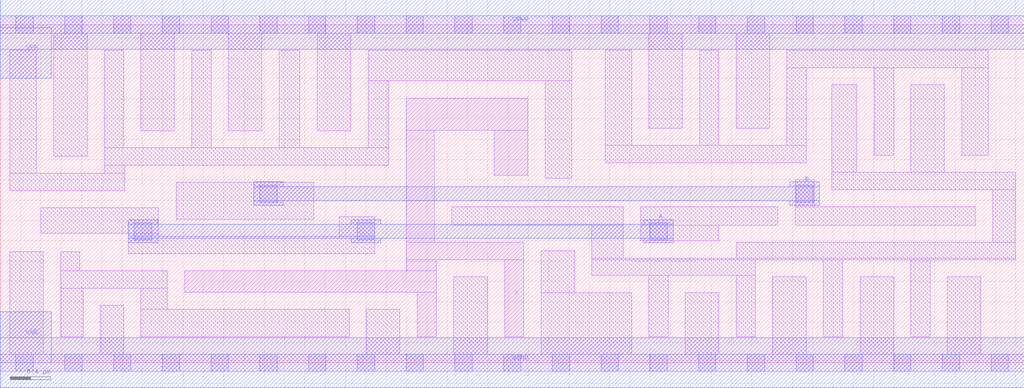
<source format=lef>
# Copyright 2020 The SkyWater PDK Authors
#
# Licensed under the Apache License, Version 2.0 (the "License");
# you may not use this file except in compliance with the License.
# You may obtain a copy of the License at
#
#     https://www.apache.org/licenses/LICENSE-2.0
#
# Unless required by applicable law or agreed to in writing, software
# distributed under the License is distributed on an "AS IS" BASIS,
# WITHOUT WARRANTIES OR CONDITIONS OF ANY KIND, either express or implied.
# See the License for the specific language governing permissions and
# limitations under the License.
#
# SPDX-License-Identifier: Apache-2.0

VERSION 5.5 ;
NAMESCASESENSITIVE ON ;
BUSBITCHARS "[]" ;
DIVIDERCHAR "/" ;
MACRO sky130_fd_sc_lp__xor2_4
  CLASS CORE ;
  SOURCE USER ;
  ORIGIN  0.000000  0.000000 ;
  SIZE  10.08000 BY  3.330000 ;
  SYMMETRY X Y R90 ;
  SITE unit ;
  PIN A
    ANTENNAPARTIALMETALSIDEAREA  3.804500 ;
    DIRECTION INPUT ;
    USE SIGNAL ;
    PORT
      LAYER met1 ;
        RECT 1.260000 1.180000 1.550000 1.225000 ;
        RECT 1.260000 1.225000 6.625000 1.365000 ;
        RECT 1.260000 1.365000 1.550000 1.410000 ;
        RECT 3.455000 1.180000 3.745000 1.225000 ;
        RECT 3.455000 1.365000 3.745000 1.410000 ;
        RECT 6.335000 1.180000 6.625000 1.225000 ;
        RECT 6.335000 1.365000 6.625000 1.410000 ;
    END
  END A
  PIN B
    ANTENNAPARTIALMETALSIDEAREA  3.885000 ;
    DIRECTION INPUT ;
    USE SIGNAL ;
    PORT
      LAYER met1 ;
        RECT 2.495000 1.550000 2.785000 1.595000 ;
        RECT 2.495000 1.595000 8.065000 1.735000 ;
        RECT 2.495000 1.735000 2.785000 1.780000 ;
        RECT 7.775000 1.550000 8.065000 1.595000 ;
        RECT 7.775000 1.735000 8.065000 1.780000 ;
    END
  END B
  PIN X
    ANTENNADIFFAREA  1.646400 ;
    DIRECTION OUTPUT ;
    USE SIGNAL ;
    PORT
      LAYER li1 ;
        RECT 1.815000 0.695000 4.295000 0.905000 ;
        RECT 3.995000 0.905000 4.295000 1.015000 ;
        RECT 3.995000 1.015000 5.155000 1.185000 ;
        RECT 3.995000 1.185000 4.275000 2.290000 ;
        RECT 3.995000 2.290000 5.195000 2.605000 ;
        RECT 4.105000 0.255000 4.295000 0.695000 ;
        RECT 4.865000 1.845000 5.195000 2.290000 ;
        RECT 4.965000 0.255000 5.155000 1.015000 ;
    END
  END X
  PIN VGND
    DIRECTION INOUT ;
    USE GROUND ;
    PORT
      LAYER met1 ;
        RECT 0.000000 -0.245000 10.080000 0.245000 ;
    END
  END VGND
  PIN VNB
    DIRECTION INOUT ;
    USE GROUND ;
    PORT
      LAYER met1 ;
        RECT 0.000000 0.000000 0.500000 0.500000 ;
    END
  END VNB
  PIN VPB
    DIRECTION INOUT ;
    USE POWER ;
    PORT
      LAYER met1 ;
        RECT 0.000000 2.800000 0.500000 3.300000 ;
    END
  END VPB
  PIN VPWR
    DIRECTION INOUT ;
    USE POWER ;
    PORT
      LAYER met1 ;
        RECT 0.000000 3.085000 10.080000 3.575000 ;
    END
  END VPWR
  OBS
    LAYER li1 ;
      RECT 0.000000 -0.085000 10.080000 0.085000 ;
      RECT 0.000000  3.245000 10.080000 3.415000 ;
      RECT 0.095000  0.085000  0.425000 1.095000 ;
      RECT 0.095000  1.695000  1.225000 1.865000 ;
      RECT 0.095000  1.865000  0.355000 3.075000 ;
      RECT 0.400000  1.275000  1.555000 1.525000 ;
      RECT 0.525000  2.035000  0.855000 3.245000 ;
      RECT 0.595000  0.255000  0.815000 0.735000 ;
      RECT 0.595000  0.735000  1.645000 0.905000 ;
      RECT 0.595000  0.905000  0.785000 1.095000 ;
      RECT 0.985000  0.085000  1.215000 0.565000 ;
      RECT 1.025000  1.865000  1.225000 1.945000 ;
      RECT 1.025000  1.945000  3.825000 2.115000 ;
      RECT 1.025000  2.115000  1.215000 3.075000 ;
      RECT 1.260000  1.075000  3.685000 1.245000 ;
      RECT 1.260000  1.245000  1.555000 1.275000 ;
      RECT 1.385000  0.255000  3.435000 0.525000 ;
      RECT 1.385000  0.525000  1.645000 0.735000 ;
      RECT 1.385000  2.285000  1.715000 3.245000 ;
      RECT 1.735000  1.415000  3.085000 1.775000 ;
      RECT 1.885000  2.115000  2.075000 3.075000 ;
      RECT 2.245000  2.285000  2.575000 3.245000 ;
      RECT 2.745000  2.115000  2.950000 3.075000 ;
      RECT 3.120000  2.285000  3.450000 3.245000 ;
      RECT 3.340000  1.245000  3.685000 1.435000 ;
      RECT 3.605000  0.085000  3.935000 0.525000 ;
      RECT 3.625000  2.115000  3.825000 2.775000 ;
      RECT 3.625000  2.775000  5.625000 3.075000 ;
      RECT 4.445000  1.355000  6.135000 1.535000 ;
      RECT 4.465000  0.085000  4.795000 0.845000 ;
      RECT 5.325000  0.085000  6.215000 0.690000 ;
      RECT 5.325000  0.690000  5.655000 1.105000 ;
      RECT 5.365000  1.815000  5.625000 2.775000 ;
      RECT 5.825000  0.860000  7.435000 1.015000 ;
      RECT 5.825000  1.015000  9.995000 1.030000 ;
      RECT 5.825000  1.030000  6.135000 1.355000 ;
      RECT 5.955000  1.970000  7.935000 2.140000 ;
      RECT 5.955000  2.140000  6.215000 3.075000 ;
      RECT 6.305000  1.200000  7.075000 1.355000 ;
      RECT 6.305000  1.355000  7.655000 1.535000 ;
      RECT 6.385000  0.255000  6.575000 0.860000 ;
      RECT 6.385000  2.310000  6.715000 3.245000 ;
      RECT 6.745000  0.085000  7.075000 0.690000 ;
      RECT 6.885000  2.140000  7.075000 3.075000 ;
      RECT 7.245000  0.255000  7.435000 0.860000 ;
      RECT 7.245000  1.030000  9.995000 1.185000 ;
      RECT 7.245000  2.310000  7.575000 3.245000 ;
      RECT 7.605000  0.085000  7.935000 0.845000 ;
      RECT 7.745000  2.140000  7.935000 2.905000 ;
      RECT 7.745000  2.905000  9.725000 3.075000 ;
      RECT 7.825000  1.355000  9.600000 1.535000 ;
      RECT 7.825000  1.535000  8.015000 1.800000 ;
      RECT 8.105000  0.255000  8.295000 1.015000 ;
      RECT 8.185000  1.705000  9.995000 1.875000 ;
      RECT 8.185000  1.875000  8.435000 2.735000 ;
      RECT 8.465000  0.085000  8.795000 0.845000 ;
      RECT 8.605000  2.045000  8.795000 2.905000 ;
      RECT 8.965000  0.255000  9.155000 1.015000 ;
      RECT 8.965000  1.875000  9.295000 2.735000 ;
      RECT 9.325000  0.085000  9.655000 0.845000 ;
      RECT 9.465000  2.045000  9.725000 2.905000 ;
      RECT 9.770000  1.185000  9.995000 1.705000 ;
    LAYER mcon ;
      RECT 0.155000 -0.085000 0.325000 0.085000 ;
      RECT 0.155000  3.245000 0.325000 3.415000 ;
      RECT 0.635000 -0.085000 0.805000 0.085000 ;
      RECT 0.635000  3.245000 0.805000 3.415000 ;
      RECT 1.115000 -0.085000 1.285000 0.085000 ;
      RECT 1.115000  3.245000 1.285000 3.415000 ;
      RECT 1.320000  1.210000 1.490000 1.380000 ;
      RECT 1.595000 -0.085000 1.765000 0.085000 ;
      RECT 1.595000  3.245000 1.765000 3.415000 ;
      RECT 2.075000 -0.085000 2.245000 0.085000 ;
      RECT 2.075000  3.245000 2.245000 3.415000 ;
      RECT 2.555000 -0.085000 2.725000 0.085000 ;
      RECT 2.555000  1.580000 2.725000 1.750000 ;
      RECT 2.555000  3.245000 2.725000 3.415000 ;
      RECT 3.035000 -0.085000 3.205000 0.085000 ;
      RECT 3.035000  3.245000 3.205000 3.415000 ;
      RECT 3.515000 -0.085000 3.685000 0.085000 ;
      RECT 3.515000  1.210000 3.685000 1.380000 ;
      RECT 3.515000  3.245000 3.685000 3.415000 ;
      RECT 3.995000 -0.085000 4.165000 0.085000 ;
      RECT 3.995000  3.245000 4.165000 3.415000 ;
      RECT 4.475000 -0.085000 4.645000 0.085000 ;
      RECT 4.475000  3.245000 4.645000 3.415000 ;
      RECT 4.955000 -0.085000 5.125000 0.085000 ;
      RECT 4.955000  3.245000 5.125000 3.415000 ;
      RECT 5.435000 -0.085000 5.605000 0.085000 ;
      RECT 5.435000  3.245000 5.605000 3.415000 ;
      RECT 5.915000 -0.085000 6.085000 0.085000 ;
      RECT 5.915000  3.245000 6.085000 3.415000 ;
      RECT 6.395000 -0.085000 6.565000 0.085000 ;
      RECT 6.395000  1.210000 6.565000 1.380000 ;
      RECT 6.395000  3.245000 6.565000 3.415000 ;
      RECT 6.875000 -0.085000 7.045000 0.085000 ;
      RECT 6.875000  3.245000 7.045000 3.415000 ;
      RECT 7.355000 -0.085000 7.525000 0.085000 ;
      RECT 7.355000  3.245000 7.525000 3.415000 ;
      RECT 7.835000 -0.085000 8.005000 0.085000 ;
      RECT 7.835000  1.580000 8.005000 1.750000 ;
      RECT 7.835000  3.245000 8.005000 3.415000 ;
      RECT 8.315000 -0.085000 8.485000 0.085000 ;
      RECT 8.315000  3.245000 8.485000 3.415000 ;
      RECT 8.795000 -0.085000 8.965000 0.085000 ;
      RECT 8.795000  3.245000 8.965000 3.415000 ;
      RECT 9.275000 -0.085000 9.445000 0.085000 ;
      RECT 9.275000  3.245000 9.445000 3.415000 ;
      RECT 9.755000 -0.085000 9.925000 0.085000 ;
      RECT 9.755000  3.245000 9.925000 3.415000 ;
  END
END sky130_fd_sc_lp__xor2_4

</source>
